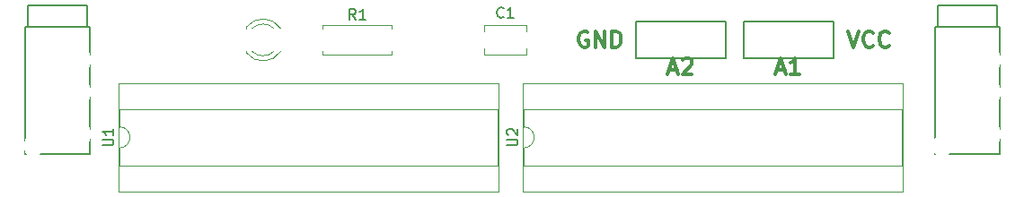
<source format=gto>
G04 #@! TF.GenerationSoftware,KiCad,Pcbnew,5.0.2-bee76a0~70~ubuntu18.04.1*
G04 #@! TF.CreationDate,2019-02-22T00:54:51+09:00*
G04 #@! TF.ProjectId,next-keyboard,6e657874-2d6b-4657-9962-6f6172642e6b,rev?*
G04 #@! TF.SameCoordinates,Original*
G04 #@! TF.FileFunction,Legend,Top*
G04 #@! TF.FilePolarity,Positive*
%FSLAX46Y46*%
G04 Gerber Fmt 4.6, Leading zero omitted, Abs format (unit mm)*
G04 Created by KiCad (PCBNEW 5.0.2-bee76a0~70~ubuntu18.04.1) date 2019年02月22日 00時54分51秒*
%MOMM*%
%LPD*%
G01*
G04 APERTURE LIST*
%ADD10C,0.300000*%
%ADD11C,0.120000*%
%ADD12C,0.150000*%
%ADD13C,3.102000*%
%ADD14C,4.102000*%
%ADD15C,2.002000*%
%ADD16C,1.802000*%
%ADD17O,1.702000X1.702000*%
%ADD18R,1.702000X1.702000*%
%ADD19C,3.302000*%
%ADD20C,5.102000*%
%ADD21C,1.702000*%
%ADD22R,1.902000X1.902000*%
%ADD23C,1.902000*%
%ADD24O,1.702000X2.102000*%
%ADD25C,1.302000*%
%ADD26C,1.626000*%
G04 APERTURE END LIST*
D10*
X86241071Y-30253750D02*
X86955357Y-30253750D01*
X86098214Y-30682321D02*
X86598214Y-29182321D01*
X87098214Y-30682321D01*
X87526785Y-29325178D02*
X87598214Y-29253750D01*
X87741071Y-29182321D01*
X88098214Y-29182321D01*
X88241071Y-29253750D01*
X88312500Y-29325178D01*
X88383928Y-29468035D01*
X88383928Y-29610892D01*
X88312500Y-29825178D01*
X87455357Y-30682321D01*
X88383928Y-30682321D01*
X96401071Y-30253750D02*
X97115357Y-30253750D01*
X96258214Y-30682321D02*
X96758214Y-29182321D01*
X97258214Y-30682321D01*
X98543928Y-30682321D02*
X97686785Y-30682321D01*
X98115357Y-30682321D02*
X98115357Y-29182321D01*
X97972500Y-29396607D01*
X97829642Y-29539464D01*
X97686785Y-29610892D01*
X78549642Y-26713750D02*
X78406785Y-26642321D01*
X78192500Y-26642321D01*
X77978214Y-26713750D01*
X77835357Y-26856607D01*
X77763928Y-26999464D01*
X77692500Y-27285178D01*
X77692500Y-27499464D01*
X77763928Y-27785178D01*
X77835357Y-27928035D01*
X77978214Y-28070892D01*
X78192500Y-28142321D01*
X78335357Y-28142321D01*
X78549642Y-28070892D01*
X78621071Y-27999464D01*
X78621071Y-27499464D01*
X78335357Y-27499464D01*
X79263928Y-28142321D02*
X79263928Y-26642321D01*
X80121071Y-28142321D01*
X80121071Y-26642321D01*
X80835357Y-28142321D02*
X80835357Y-26642321D01*
X81192500Y-26642321D01*
X81406785Y-26713750D01*
X81549642Y-26856607D01*
X81621071Y-26999464D01*
X81692500Y-27285178D01*
X81692500Y-27499464D01*
X81621071Y-27785178D01*
X81549642Y-27928035D01*
X81406785Y-28070892D01*
X81192500Y-28142321D01*
X80835357Y-28142321D01*
X103092500Y-26642321D02*
X103592500Y-28142321D01*
X104092500Y-26642321D01*
X105449642Y-27999464D02*
X105378214Y-28070892D01*
X105163928Y-28142321D01*
X105021071Y-28142321D01*
X104806785Y-28070892D01*
X104663928Y-27928035D01*
X104592500Y-27785178D01*
X104521071Y-27499464D01*
X104521071Y-27285178D01*
X104592500Y-26999464D01*
X104663928Y-26856607D01*
X104806785Y-26713750D01*
X105021071Y-26642321D01*
X105163928Y-26642321D01*
X105378214Y-26713750D01*
X105449642Y-26785178D01*
X106949642Y-27999464D02*
X106878214Y-28070892D01*
X106663928Y-28142321D01*
X106521071Y-28142321D01*
X106306785Y-28070892D01*
X106163928Y-27928035D01*
X106092500Y-27785178D01*
X106021071Y-27499464D01*
X106021071Y-27285178D01*
X106092500Y-26999464D01*
X106163928Y-26856607D01*
X106306785Y-26713750D01*
X106521071Y-26642321D01*
X106663928Y-26642321D01*
X106878214Y-26713750D01*
X106949642Y-26785178D01*
D11*
G04 #@! TO.C,U1*
X34328750Y-31531250D02*
X34328750Y-41811250D01*
X70128750Y-31531250D02*
X34328750Y-31531250D01*
X70128750Y-41811250D02*
X70128750Y-31531250D01*
X34328750Y-41811250D02*
X70128750Y-41811250D01*
X34388750Y-34021250D02*
X34388750Y-35671250D01*
X70068750Y-34021250D02*
X34388750Y-34021250D01*
X70068750Y-39321250D02*
X70068750Y-34021250D01*
X34388750Y-39321250D02*
X70068750Y-39321250D01*
X34388750Y-37671250D02*
X34388750Y-39321250D01*
X34388750Y-35671250D02*
G75*
G02X34388750Y-37671250I0J-1000000D01*
G01*
G04 #@! TO.C,U2*
X72488750Y-35671250D02*
G75*
G02X72488750Y-37671250I0J-1000000D01*
G01*
X72488750Y-37671250D02*
X72488750Y-39321250D01*
X72488750Y-39321250D02*
X108168750Y-39321250D01*
X108168750Y-39321250D02*
X108168750Y-34021250D01*
X108168750Y-34021250D02*
X72488750Y-34021250D01*
X72488750Y-34021250D02*
X72488750Y-35671250D01*
X72428750Y-41811250D02*
X108228750Y-41811250D01*
X108228750Y-41811250D02*
X108228750Y-31531250D01*
X108228750Y-31531250D02*
X72428750Y-31531250D01*
X72428750Y-31531250D02*
X72428750Y-41811250D01*
G04 #@! TO.C,C1*
X72802500Y-28258750D02*
X72802500Y-28883750D01*
X72802500Y-26043750D02*
X72802500Y-26668750D01*
X68762500Y-28258750D02*
X68762500Y-28883750D01*
X68762500Y-26043750D02*
X68762500Y-26668750D01*
X68762500Y-28883750D02*
X72802500Y-28883750D01*
X68762500Y-26043750D02*
X72802500Y-26043750D01*
G04 #@! TO.C,D1*
X49614835Y-26385142D02*
G75*
G03X46382500Y-26228234I-1672335J-1078608D01*
G01*
X49614835Y-28542358D02*
G75*
G02X46382500Y-28699266I-1672335J1078608D01*
G01*
X48983630Y-26383913D02*
G75*
G03X46901539Y-26383750I-1041130J-1079837D01*
G01*
X48983630Y-28543587D02*
G75*
G02X46901539Y-28543750I-1041130J1079837D01*
G01*
X46382500Y-26227750D02*
X46382500Y-26383750D01*
X46382500Y-28543750D02*
X46382500Y-28699750D01*
G04 #@! TO.C,R1*
X53562500Y-26423750D02*
X53562500Y-26093750D01*
X53562500Y-26093750D02*
X60102500Y-26093750D01*
X60102500Y-26093750D02*
X60102500Y-26423750D01*
X53562500Y-28503750D02*
X53562500Y-28833750D01*
X53562500Y-28833750D02*
X60102500Y-28833750D01*
X60102500Y-28833750D02*
X60102500Y-28503750D01*
D12*
G04 #@! TO.C,J2*
X117350000Y-26193750D02*
X111250000Y-26193750D01*
X117350000Y-38293750D02*
X111250000Y-38293750D01*
X117350000Y-26193750D02*
X117350000Y-38293750D01*
X111250000Y-26193750D02*
X111250000Y-38293750D01*
X117100000Y-26193750D02*
X117100000Y-24193750D01*
X111500000Y-26193750D02*
X111500000Y-24193750D01*
X117100000Y-24193750D02*
X111500000Y-24193750D01*
G04 #@! TO.C,J1*
X31625000Y-26193750D02*
X25525000Y-26193750D01*
X31625000Y-38293750D02*
X25525000Y-38293750D01*
X31625000Y-26193750D02*
X31625000Y-38293750D01*
X25525000Y-26193750D02*
X25525000Y-38293750D01*
X31375000Y-26193750D02*
X31375000Y-24193750D01*
X25775000Y-26193750D02*
X25775000Y-24193750D01*
X31375000Y-24193750D02*
X25775000Y-24193750D01*
G04 #@! TO.C,SW22*
X83062500Y-29213750D02*
X87312500Y-29213750D01*
X83062500Y-25713750D02*
X83062500Y-29213750D01*
X91562500Y-25713750D02*
X83062500Y-25713750D01*
X91562500Y-29213750D02*
X91562500Y-25713750D01*
X87312500Y-29213750D02*
X91562500Y-29213750D01*
G04 #@! TO.C,SW21*
X97472500Y-29213750D02*
X101722500Y-29213750D01*
X101722500Y-29213750D02*
X101722500Y-25713750D01*
X101722500Y-25713750D02*
X93222500Y-25713750D01*
X93222500Y-25713750D02*
X93222500Y-29213750D01*
X93222500Y-29213750D02*
X97472500Y-29213750D01*
G04 #@! TO.C,U1*
X32841130Y-37433154D02*
X33650654Y-37433154D01*
X33745892Y-37385535D01*
X33793511Y-37337916D01*
X33841130Y-37242678D01*
X33841130Y-37052202D01*
X33793511Y-36956964D01*
X33745892Y-36909345D01*
X33650654Y-36861726D01*
X32841130Y-36861726D01*
X33841130Y-35861726D02*
X33841130Y-36433154D01*
X33841130Y-36147440D02*
X32841130Y-36147440D01*
X32983988Y-36242678D01*
X33079226Y-36337916D01*
X33126845Y-36433154D01*
G04 #@! TO.C,U2*
X70941130Y-37433154D02*
X71750654Y-37433154D01*
X71845892Y-37385535D01*
X71893511Y-37337916D01*
X71941130Y-37242678D01*
X71941130Y-37052202D01*
X71893511Y-36956964D01*
X71845892Y-36909345D01*
X71750654Y-36861726D01*
X70941130Y-36861726D01*
X71036369Y-36433154D02*
X70988750Y-36385535D01*
X70941130Y-36290297D01*
X70941130Y-36052202D01*
X70988750Y-35956964D01*
X71036369Y-35909345D01*
X71131607Y-35861726D01*
X71226845Y-35861726D01*
X71369702Y-35909345D01*
X71941130Y-36480773D01*
X71941130Y-35861726D01*
G04 #@! TO.C,C1*
X70615833Y-25270892D02*
X70568214Y-25318511D01*
X70425357Y-25366130D01*
X70330119Y-25366130D01*
X70187261Y-25318511D01*
X70092023Y-25223273D01*
X70044404Y-25128035D01*
X69996785Y-24937559D01*
X69996785Y-24794702D01*
X70044404Y-24604226D01*
X70092023Y-24508988D01*
X70187261Y-24413750D01*
X70330119Y-24366130D01*
X70425357Y-24366130D01*
X70568214Y-24413750D01*
X70615833Y-24461369D01*
X71568214Y-25366130D02*
X70996785Y-25366130D01*
X71282500Y-25366130D02*
X71282500Y-24366130D01*
X71187261Y-24508988D01*
X71092023Y-24604226D01*
X70996785Y-24651845D01*
G04 #@! TO.C,R1*
X56665833Y-25546130D02*
X56332500Y-25069940D01*
X56094404Y-25546130D02*
X56094404Y-24546130D01*
X56475357Y-24546130D01*
X56570595Y-24593750D01*
X56618214Y-24641369D01*
X56665833Y-24736607D01*
X56665833Y-24879464D01*
X56618214Y-24974702D01*
X56570595Y-25022321D01*
X56475357Y-25069940D01*
X56094404Y-25069940D01*
X57618214Y-25546130D02*
X57046785Y-25546130D01*
X57332500Y-25546130D02*
X57332500Y-24546130D01*
X57237261Y-24688988D01*
X57142023Y-24784226D01*
X57046785Y-24831845D01*
G04 #@! TD*
%LPC*%
D13*
G04 #@! TO.C,SW4*
X85487500Y-58468800D03*
X90487500Y-60668800D03*
X93027500Y-49688800D03*
D14*
X90487500Y-54768800D03*
D15*
X84987500Y-54768800D03*
X95987500Y-54768800D03*
D16*
X95567500Y-54768800D03*
X85407500Y-54768800D03*
D13*
X86677500Y-52228800D03*
G04 #@! TD*
G04 #@! TO.C,SW2*
X47387500Y-58468800D03*
X52387500Y-60668800D03*
X54927500Y-49688800D03*
D14*
X52387500Y-54768800D03*
D15*
X46887500Y-54768800D03*
X57887500Y-54768800D03*
D16*
X57467500Y-54768800D03*
X47307500Y-54768800D03*
D13*
X48577500Y-52228800D03*
G04 #@! TD*
G04 #@! TO.C,SW12*
X47387500Y-96568800D03*
X52387500Y-98768800D03*
X54927500Y-87788800D03*
D14*
X52387500Y-92868800D03*
D15*
X46887500Y-92868800D03*
X57887500Y-92868800D03*
D16*
X57467500Y-92868800D03*
X47307500Y-92868800D03*
D13*
X48577500Y-90328800D03*
G04 #@! TD*
G04 #@! TO.C,SW3*
X66437500Y-58468800D03*
X71437500Y-60668800D03*
X73977500Y-49688800D03*
D14*
X71437500Y-54768800D03*
D15*
X65937500Y-54768800D03*
X76937500Y-54768800D03*
D16*
X76517500Y-54768800D03*
X66357500Y-54768800D03*
D13*
X67627500Y-52228800D03*
G04 #@! TD*
G04 #@! TO.C,SW5*
X104538000Y-58468800D03*
X109538000Y-60668800D03*
X112078000Y-49688800D03*
D14*
X109538000Y-54768800D03*
D15*
X104038000Y-54768800D03*
X115038000Y-54768800D03*
D16*
X114618000Y-54768800D03*
X104458000Y-54768800D03*
D13*
X105728000Y-52228800D03*
G04 #@! TD*
G04 #@! TO.C,SW6*
X28337500Y-77518800D03*
X33337500Y-79718800D03*
X35877500Y-68738800D03*
D14*
X33337500Y-73818800D03*
D15*
X27837500Y-73818800D03*
X38837500Y-73818800D03*
D16*
X38417500Y-73818800D03*
X28257500Y-73818800D03*
D13*
X29527500Y-71278800D03*
G04 #@! TD*
G04 #@! TO.C,SW7*
X47387500Y-77518800D03*
X52387500Y-79718800D03*
X54927500Y-68738800D03*
D14*
X52387500Y-73818800D03*
D15*
X46887500Y-73818800D03*
X57887500Y-73818800D03*
D16*
X57467500Y-73818800D03*
X47307500Y-73818800D03*
D13*
X48577500Y-71278800D03*
G04 #@! TD*
G04 #@! TO.C,SW8*
X66437500Y-77518800D03*
X71437500Y-79718800D03*
X73977500Y-68738800D03*
D14*
X71437500Y-73818800D03*
D15*
X65937500Y-73818800D03*
X76937500Y-73818800D03*
D16*
X76517500Y-73818800D03*
X66357500Y-73818800D03*
D13*
X67627500Y-71278800D03*
G04 #@! TD*
G04 #@! TO.C,SW9*
X85487500Y-77518800D03*
X90487500Y-79718800D03*
X93027500Y-68738800D03*
D14*
X90487500Y-73818800D03*
D15*
X84987500Y-73818800D03*
X95987500Y-73818800D03*
D16*
X95567500Y-73818800D03*
X85407500Y-73818800D03*
D13*
X86677500Y-71278800D03*
G04 #@! TD*
G04 #@! TO.C,SW10*
X104538000Y-77518800D03*
X109538000Y-79718800D03*
X112078000Y-68738800D03*
D14*
X109538000Y-73818800D03*
D15*
X104038000Y-73818800D03*
X115038000Y-73818800D03*
D16*
X114618000Y-73818800D03*
X104458000Y-73818800D03*
D13*
X105728000Y-71278800D03*
G04 #@! TD*
G04 #@! TO.C,SW11*
X28337500Y-96568800D03*
X33337500Y-98768800D03*
X35877500Y-87788800D03*
D14*
X33337500Y-92868800D03*
D15*
X27837500Y-92868800D03*
X38837500Y-92868800D03*
D16*
X38417500Y-92868800D03*
X28257500Y-92868800D03*
D13*
X29527500Y-90328800D03*
G04 #@! TD*
G04 #@! TO.C,SW13*
X66437500Y-96568800D03*
X71437500Y-98768800D03*
X73977500Y-87788800D03*
D14*
X71437500Y-92868800D03*
D15*
X65937500Y-92868800D03*
X76937500Y-92868800D03*
D16*
X76517500Y-92868800D03*
X66357500Y-92868800D03*
D13*
X67627500Y-90328800D03*
G04 #@! TD*
G04 #@! TO.C,SW14*
X85487500Y-96568800D03*
X90487500Y-98768800D03*
X93027500Y-87788800D03*
D14*
X90487500Y-92868800D03*
D15*
X84987500Y-92868800D03*
X95987500Y-92868800D03*
D16*
X95567500Y-92868800D03*
X85407500Y-92868800D03*
D13*
X86677500Y-90328800D03*
G04 #@! TD*
G04 #@! TO.C,SW15*
X104538000Y-96568800D03*
X109538000Y-98768800D03*
X112078000Y-87788800D03*
D14*
X109538000Y-92868800D03*
D15*
X104038000Y-92868800D03*
X115038000Y-92868800D03*
D16*
X114618000Y-92868800D03*
X104458000Y-92868800D03*
D13*
X105728000Y-90328800D03*
G04 #@! TD*
G04 #@! TO.C,SW16*
X28337500Y-115619000D03*
X33337500Y-117819000D03*
X35877500Y-106839000D03*
D14*
X33337500Y-111919000D03*
D15*
X27837500Y-111919000D03*
X38837500Y-111919000D03*
D16*
X38417500Y-111919000D03*
X28257500Y-111919000D03*
D13*
X29527500Y-109379000D03*
G04 #@! TD*
G04 #@! TO.C,SW17*
X47387500Y-115619000D03*
X52387500Y-117819000D03*
X54927500Y-106839000D03*
D14*
X52387500Y-111919000D03*
D15*
X46887500Y-111919000D03*
X57887500Y-111919000D03*
D16*
X57467500Y-111919000D03*
X47307500Y-111919000D03*
D13*
X48577500Y-109379000D03*
G04 #@! TD*
G04 #@! TO.C,SW18*
X66437500Y-115619000D03*
X71437500Y-117819000D03*
X73977500Y-106839000D03*
D14*
X71437500Y-111919000D03*
D15*
X65937500Y-111919000D03*
X76937500Y-111919000D03*
D16*
X76517500Y-111919000D03*
X66357500Y-111919000D03*
D13*
X67627500Y-109379000D03*
G04 #@! TD*
G04 #@! TO.C,SW19*
X85487500Y-115619000D03*
X90487500Y-117819000D03*
X93027500Y-106839000D03*
D14*
X90487500Y-111919000D03*
D15*
X84987500Y-111919000D03*
X95987500Y-111919000D03*
D16*
X95567500Y-111919000D03*
X85407500Y-111919000D03*
D13*
X86677500Y-109379000D03*
G04 #@! TD*
G04 #@! TO.C,SW20*
X104538000Y-115619000D03*
X109538000Y-117819000D03*
X112078000Y-106839000D03*
D14*
X109538000Y-111919000D03*
D15*
X104038000Y-111919000D03*
X115038000Y-111919000D03*
D16*
X114618000Y-111919000D03*
X104458000Y-111919000D03*
D13*
X105728000Y-109379000D03*
G04 #@! TD*
G04 #@! TO.C,SW1*
X28337500Y-58468800D03*
X33337500Y-60668800D03*
X35877500Y-49688800D03*
D14*
X33337500Y-54768800D03*
D15*
X27837500Y-54768800D03*
X38837500Y-54768800D03*
D16*
X38417500Y-54768800D03*
X28257500Y-54768800D03*
D13*
X29527500Y-52228800D03*
G04 #@! TD*
D17*
G04 #@! TO.C,U1*
X35718750Y-32861250D03*
X68738750Y-40481250D03*
X38258750Y-32861250D03*
X66198750Y-40481250D03*
X40798750Y-32861250D03*
X63658750Y-40481250D03*
X43338750Y-32861250D03*
X61118750Y-40481250D03*
X45878750Y-32861250D03*
X58578750Y-40481250D03*
X48418750Y-32861250D03*
X56038750Y-40481250D03*
X50958750Y-32861250D03*
X53498750Y-40481250D03*
X53498750Y-32861250D03*
X50958750Y-40481250D03*
X56038750Y-32861250D03*
X48418750Y-40481250D03*
X58578750Y-32861250D03*
X45878750Y-40481250D03*
X61118750Y-32861250D03*
X43338750Y-40481250D03*
X63658750Y-32861250D03*
X40798750Y-40481250D03*
X66198750Y-32861250D03*
X38258750Y-40481250D03*
X68738750Y-32861250D03*
D18*
X35718750Y-40481250D03*
G04 #@! TD*
G04 #@! TO.C,U2*
X73818750Y-40481250D03*
D17*
X106838750Y-32861250D03*
X76358750Y-40481250D03*
X104298750Y-32861250D03*
X78898750Y-40481250D03*
X101758750Y-32861250D03*
X81438750Y-40481250D03*
X99218750Y-32861250D03*
X83978750Y-40481250D03*
X96678750Y-32861250D03*
X86518750Y-40481250D03*
X94138750Y-32861250D03*
X89058750Y-40481250D03*
X91598750Y-32861250D03*
X91598750Y-40481250D03*
X89058750Y-32861250D03*
X94138750Y-40481250D03*
X86518750Y-32861250D03*
X96678750Y-40481250D03*
X83978750Y-32861250D03*
X99218750Y-40481250D03*
X81438750Y-32861250D03*
X101758750Y-40481250D03*
X78898750Y-32861250D03*
X104298750Y-40481250D03*
X76358750Y-32861250D03*
X106838750Y-40481250D03*
X73818750Y-32861250D03*
G04 #@! TD*
D19*
G04 #@! TO.C,H1*
X42862500Y-45243800D03*
G04 #@! TD*
G04 #@! TO.C,H2*
X100012000Y-45243800D03*
G04 #@! TD*
G04 #@! TO.C,H3*
X42862500Y-102394000D03*
G04 #@! TD*
G04 #@! TO.C,H4*
X100012000Y-102394000D03*
G04 #@! TD*
D20*
G04 #@! TO.C,H8*
X104775000Y-102394000D03*
G04 #@! TD*
G04 #@! TO.C,H6*
X100012000Y-64293800D03*
G04 #@! TD*
G04 #@! TO.C,H5*
X42862500Y-64293800D03*
G04 #@! TD*
G04 #@! TO.C,H7*
X38100000Y-102394000D03*
G04 #@! TD*
D21*
G04 #@! TO.C,C1*
X72032500Y-27463750D03*
X69532500Y-27463750D03*
G04 #@! TD*
D22*
G04 #@! TO.C,D1*
X46672500Y-27463750D03*
D23*
X49212500Y-27463750D03*
G04 #@! TD*
D21*
G04 #@! TO.C,R1*
X53022500Y-27463750D03*
D17*
X60642500Y-27463750D03*
G04 #@! TD*
D24*
G04 #@! TO.C,J2*
X116600000Y-32393750D03*
D25*
X114300000Y-27793750D03*
X114300000Y-34793750D03*
D24*
X116600000Y-29393750D03*
X116600000Y-36393750D03*
X112000000Y-37493750D03*
G04 #@! TD*
G04 #@! TO.C,J1*
X30875000Y-32393750D03*
D25*
X28575000Y-27793750D03*
X28575000Y-34793750D03*
D24*
X30875000Y-29393750D03*
X30875000Y-36393750D03*
X26275000Y-37493750D03*
G04 #@! TD*
D26*
G04 #@! TO.C,SW22*
X84772500Y-27463750D03*
X87312500Y-27463750D03*
X89852500Y-27463750D03*
G04 #@! TD*
G04 #@! TO.C,SW21*
X100012500Y-27463750D03*
X97472500Y-27463750D03*
X94932500Y-27463750D03*
G04 #@! TD*
M02*

</source>
